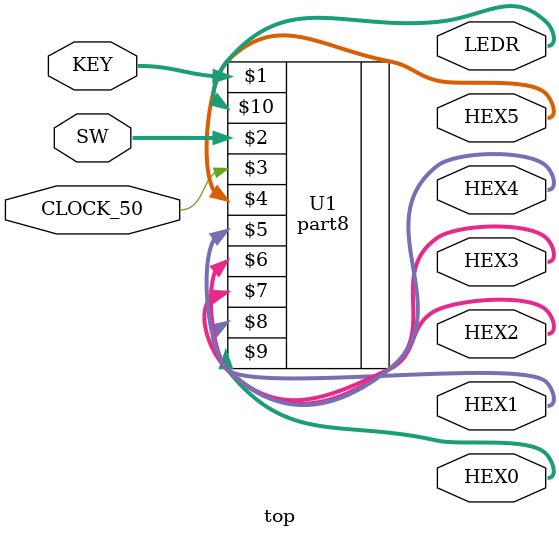
<source format=v>
module top (CLOCK_50, SW, KEY, HEX0, HEX1, HEX2, HEX3, HEX4, HEX5, LEDR);

    input wire CLOCK_50;        // DE-series 50 MHz clock signal
    input wire [9:0] SW;        // DE-series switches
    input wire [3:0] KEY;       // DE-series pushbuttons

    output wire [6:0] HEX0;     // DE-series HEX displays
    output wire [6:0] HEX1;
    output wire [6:0] HEX2;
    output wire [6:0] HEX3;
    output wire [6:0] HEX4;
    output wire [6:0] HEX5;

    output wire [9:0] LEDR;     // DE-series LEDs   

    part8 U1 (KEY, SW, CLOCK_50, HEX5, HEX4, HEX3, HEX2, HEX1, HEX0, LEDR);

endmodule
</source>
